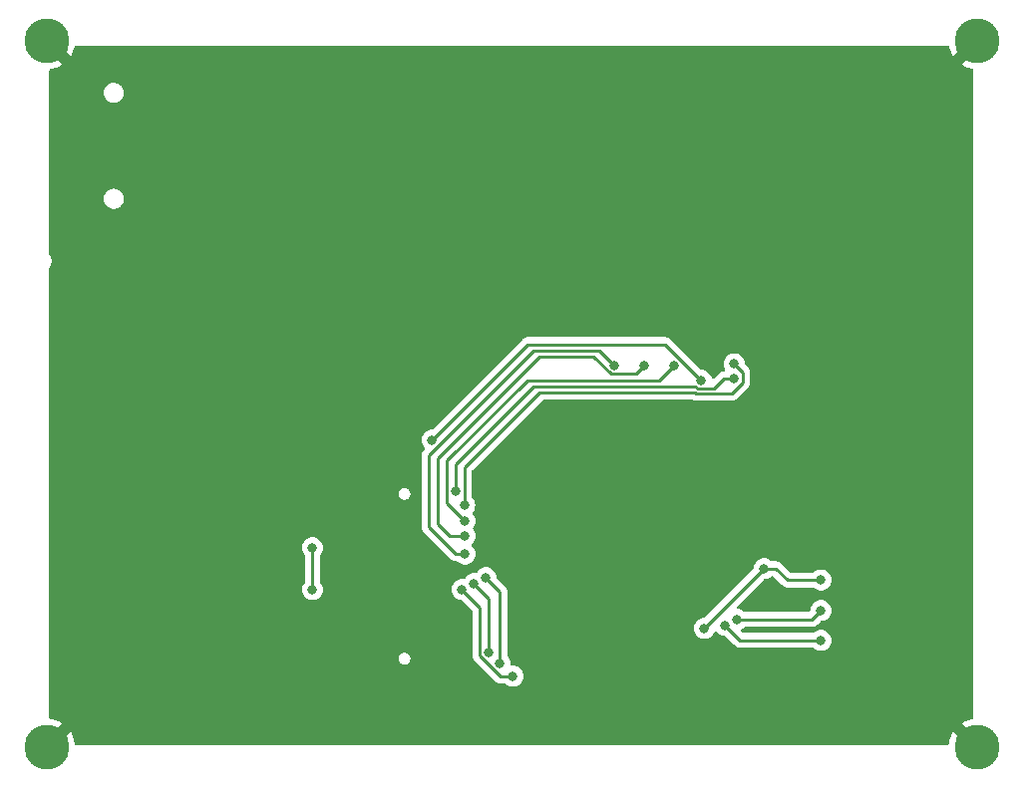
<source format=gbr>
%TF.GenerationSoftware,KiCad,Pcbnew,7.0.10*%
%TF.CreationDate,2024-03-01T15:17:48+01:00*%
%TF.ProjectId,arenaPCBv2,6172656e-6150-4434-9276-322e6b696361,rev?*%
%TF.SameCoordinates,Original*%
%TF.FileFunction,Copper,L2,Bot*%
%TF.FilePolarity,Positive*%
%FSLAX46Y46*%
G04 Gerber Fmt 4.6, Leading zero omitted, Abs format (unit mm)*
G04 Created by KiCad (PCBNEW 7.0.10) date 2024-03-01 15:17:48*
%MOMM*%
%LPD*%
G01*
G04 APERTURE LIST*
%TA.AperFunction,ComponentPad*%
%ADD10C,3.800000*%
%TD*%
%TA.AperFunction,ViaPad*%
%ADD11C,0.800000*%
%TD*%
%TA.AperFunction,Conductor*%
%ADD12C,0.250000*%
%TD*%
%TA.AperFunction,Conductor*%
%ADD13C,1.000000*%
%TD*%
G04 APERTURE END LIST*
D10*
%TO.P,M.2,1*%
%TO.N,GND*%
X108000000Y-117000000D03*
%TD*%
%TO.P,M.2,1*%
%TO.N,GND*%
X187000000Y-117000000D03*
%TD*%
%TO.P,M\u002C2,1*%
%TO.N,GND*%
X187000000Y-57000000D03*
%TD*%
%TO.P,M.2,1*%
%TO.N,GND*%
X108000000Y-57000000D03*
%TD*%
D11*
%TO.N,Net-(J9-QI)*%
X130556000Y-100076000D03*
X130556000Y-103632000D03*
%TO.N,GND*%
X156210000Y-59436000D03*
%TO.N,Net-(J9-DIR)*%
X166370000Y-84455000D03*
%TO.N,Net-(J9-STEP)*%
X166370000Y-85725000D03*
%TO.N,Net-(J9-MS3)*%
X143510548Y-97790000D03*
%TO.N,Net-(J9-MS1)*%
X143510000Y-100600000D03*
%TO.N,Net-(J9-MS2)*%
X143510000Y-99060000D03*
%TO.N,Net-(J9-STEP)*%
X142748000Y-95250000D03*
%TO.N,Net-(J9-DIR)*%
X143473000Y-96483000D03*
%TO.N,Net-(J9-MS3)*%
X161290000Y-84582000D03*
%TO.N,Net-(J9-MS2)*%
X158750000Y-84582000D03*
%TO.N,Net-(J9-MS1)*%
X156210000Y-84582000D03*
%TO.N,GND*%
X115824000Y-70612000D03*
X122428000Y-69342000D03*
%TO.N,+3.3V*%
X163576000Y-85852000D03*
X140716000Y-90932000D03*
%TO.N,Net-(J8-Pin_3)*%
X165608000Y-106680000D03*
%TO.N,Net-(J8-Pin_4)*%
X166624000Y-106172000D03*
%TO.N,Net-(J8-Pin_3)*%
X173736000Y-107950000D03*
%TO.N,Net-(J8-Pin_4)*%
X173736000Y-105410000D03*
%TO.N,+3.3V*%
X173736000Y-102815107D03*
X168910000Y-101854000D03*
X163830000Y-106934000D03*
%TO.N,Net-(J9-AIN2)*%
X143256000Y-103632000D03*
%TO.N,Net-(J9-AIN1)*%
X144272000Y-103124000D03*
X145542001Y-108965999D03*
%TO.N,Net-(J9-AIN2)*%
X147576936Y-110991630D03*
%TO.N,Net-(J9-PWMA)*%
X145288000Y-102616000D03*
X146473633Y-109897631D03*
%TO.N,GND*%
X171450000Y-79502000D03*
X156210000Y-79502000D03*
X153670000Y-81534000D03*
X172085000Y-95250000D03*
X162560000Y-93980000D03*
X151130000Y-99060000D03*
X150495000Y-111760000D03*
X140716000Y-89154000D03*
X111760000Y-90805000D03*
X130810000Y-91440000D03*
X133350000Y-94615000D03*
X137795000Y-82305000D03*
X114935000Y-74421800D03*
X118650000Y-69818000D03*
X146050000Y-63500000D03*
X184150000Y-93980000D03*
X185420000Y-110490000D03*
X119380000Y-112395000D03*
%TD*%
D12*
%TO.N,Net-(J9-PWMA)*%
X146473633Y-103801633D02*
X145288000Y-102616000D01*
X146473633Y-109897631D02*
X146473633Y-103801633D01*
%TO.N,Net-(J9-AIN2)*%
X144780000Y-105156000D02*
X143256000Y-103632000D01*
X144780000Y-109229304D02*
X144780000Y-105156000D01*
X146542326Y-110991630D02*
X144780000Y-109229304D01*
X147576936Y-110991630D02*
X146542326Y-110991630D01*
%TO.N,Net-(J9-STEP)*%
X165518000Y-85725000D02*
X166370000Y-85725000D01*
X164666000Y-86577000D02*
X165518000Y-85725000D01*
X163275695Y-86577000D02*
X164666000Y-86577000D01*
X163058695Y-86360000D02*
X163275695Y-86577000D01*
X149352000Y-86360000D02*
X163058695Y-86360000D01*
X142748000Y-92964000D02*
X149352000Y-86360000D01*
X142748000Y-95250000D02*
X142748000Y-92964000D01*
%TO.N,Net-(J9-DIR)*%
X167095000Y-85180000D02*
X166370000Y-84455000D01*
X167095000Y-86025305D02*
X167095000Y-85180000D01*
X166166305Y-86954000D02*
X167095000Y-86025305D01*
X163119536Y-86954000D02*
X166166305Y-86954000D01*
X163033536Y-86868000D02*
X163119536Y-86954000D01*
X149860000Y-86868000D02*
X163033536Y-86868000D01*
X143473000Y-93255000D02*
X149860000Y-86868000D01*
X143473000Y-96483000D02*
X143473000Y-93255000D01*
%TO.N,Net-(J9-MS2)*%
X158025000Y-85307000D02*
X158750000Y-84582000D01*
X155909695Y-85307000D02*
X158025000Y-85307000D01*
X154422695Y-83820000D02*
X155909695Y-85307000D01*
X149860000Y-83820000D02*
X154422695Y-83820000D01*
X141224000Y-92456000D02*
X149860000Y-83820000D01*
X141224000Y-98053305D02*
X141224000Y-92456000D01*
X143510000Y-99060000D02*
X142230695Y-99060000D01*
X142230695Y-99060000D02*
X141224000Y-98053305D01*
%TO.N,Net-(J9-MS1)*%
X154940000Y-83312000D02*
X156210000Y-84582000D01*
X149356653Y-83312000D02*
X154940000Y-83312000D01*
X141441000Y-91227653D02*
X149356653Y-83312000D01*
X141441000Y-91232305D02*
X141441000Y-91227653D01*
X141016305Y-91657000D02*
X141441000Y-91232305D01*
X140462000Y-92206653D02*
X141011653Y-91657000D01*
X142754695Y-100600000D02*
X140462000Y-98307305D01*
X143510000Y-100600000D02*
X142754695Y-100600000D01*
X140462000Y-98307305D02*
X140462000Y-92206653D01*
X141011653Y-91657000D02*
X141016305Y-91657000D01*
%TO.N,Net-(J9-MS3)*%
X148780500Y-85852000D02*
X160020000Y-85852000D01*
X141986000Y-96265452D02*
X141986000Y-92646500D01*
X141986000Y-92646500D02*
X148780500Y-85852000D01*
X160020000Y-85852000D02*
X161290000Y-84582000D01*
X143510548Y-97790000D02*
X141986000Y-96265452D01*
%TO.N,Net-(J9-QI)*%
X130556000Y-103632000D02*
X130556000Y-100076000D01*
D13*
%TO.N,GND*%
X108000000Y-117000000D02*
X110000000Y-115000000D01*
X187000000Y-117000000D02*
X185000000Y-115000000D01*
X187000000Y-57000000D02*
X184000000Y-60000000D01*
X108000000Y-57000000D02*
X110000000Y-59000000D01*
D12*
%TO.N,+3.3V*%
X163576000Y-85842695D02*
X160537305Y-82804000D01*
X160537305Y-82804000D02*
X148844000Y-82804000D01*
X148844000Y-82804000D02*
X140716000Y-90932000D01*
X163576000Y-85852000D02*
X163576000Y-85842695D01*
%TO.N,Net-(J8-Pin_3)*%
X166878000Y-107950000D02*
X165608000Y-106680000D01*
X173736000Y-107950000D02*
X166878000Y-107950000D01*
%TO.N,Net-(J8-Pin_4)*%
X172974000Y-106172000D02*
X166624000Y-106172000D01*
X173736000Y-105410000D02*
X172974000Y-106172000D01*
%TO.N,+3.3V*%
X169926000Y-101854000D02*
X168910000Y-101854000D01*
X170887107Y-102815107D02*
X169926000Y-101854000D01*
X173736000Y-102815107D02*
X170887107Y-102815107D01*
X168910000Y-101854000D02*
X163830000Y-106934000D01*
%TO.N,Net-(J9-AIN1)*%
X145542001Y-104394001D02*
X144272000Y-103124000D01*
X145542001Y-108965999D02*
X145542001Y-104394001D01*
%TD*%
%TA.AperFunction,Conductor*%
%TO.N,GND*%
G36*
X184601299Y-57439685D02*
G01*
X184647054Y-57492489D01*
X184656063Y-57520764D01*
X184670803Y-57598033D01*
X184670803Y-57598035D01*
X184764125Y-57885247D01*
X184764127Y-57885252D01*
X184892704Y-58158491D01*
X184892707Y-58158497D01*
X185054516Y-58413469D01*
X185135311Y-58511133D01*
X186064210Y-57582234D01*
X186164894Y-57723624D01*
X186316932Y-57868592D01*
X186419221Y-57934329D01*
X185486564Y-58866987D01*
X185486565Y-58866989D01*
X185711461Y-59030385D01*
X185711479Y-59030397D01*
X185976109Y-59175878D01*
X185976117Y-59175882D01*
X186256889Y-59287047D01*
X186256892Y-59287048D01*
X186549392Y-59362149D01*
X186549406Y-59362151D01*
X186581540Y-59366211D01*
X186645584Y-59394142D01*
X186684361Y-59452264D01*
X186690000Y-59489233D01*
X186690000Y-114510766D01*
X186670315Y-114577805D01*
X186617511Y-114623560D01*
X186581543Y-114633788D01*
X186549398Y-114637849D01*
X186256892Y-114712951D01*
X186256889Y-114712952D01*
X185976117Y-114824117D01*
X185976109Y-114824121D01*
X185711476Y-114969604D01*
X185711471Y-114969607D01*
X185486565Y-115133010D01*
X185486564Y-115133011D01*
X186416693Y-116063140D01*
X186402590Y-116070411D01*
X186237460Y-116200271D01*
X186099890Y-116359035D01*
X186065334Y-116418887D01*
X185135311Y-115488864D01*
X185054520Y-115586525D01*
X185054518Y-115586528D01*
X184892707Y-115841502D01*
X184892704Y-115841508D01*
X184764127Y-116114747D01*
X184764125Y-116114752D01*
X184670805Y-116401959D01*
X184614216Y-116698609D01*
X184614215Y-116698616D01*
X184612632Y-116723787D01*
X184588777Y-116789458D01*
X184533204Y-116831806D01*
X184488877Y-116840000D01*
X110511123Y-116840000D01*
X110444084Y-116820315D01*
X110398329Y-116767511D01*
X110387368Y-116723787D01*
X110385784Y-116698616D01*
X110385783Y-116698609D01*
X110329194Y-116401959D01*
X110235874Y-116114752D01*
X110235872Y-116114747D01*
X110107295Y-115841508D01*
X110107292Y-115841502D01*
X109945483Y-115586530D01*
X109864686Y-115488864D01*
X108935787Y-116417762D01*
X108835106Y-116276376D01*
X108683068Y-116131408D01*
X108580776Y-116065668D01*
X109513434Y-115133011D01*
X109513433Y-115133009D01*
X109288538Y-114969614D01*
X109288520Y-114969602D01*
X109023890Y-114824121D01*
X109023882Y-114824117D01*
X108743110Y-114712952D01*
X108743107Y-114712951D01*
X108450600Y-114637849D01*
X108328458Y-114622418D01*
X108264414Y-114594486D01*
X108225639Y-114536363D01*
X108220000Y-114499396D01*
X108220000Y-109500000D01*
X137869353Y-109500000D01*
X137873573Y-109529353D01*
X137876282Y-109548192D01*
X137877544Y-109565839D01*
X137877544Y-109571527D01*
X137879145Y-109576978D01*
X137882903Y-109594255D01*
X137889834Y-109642454D01*
X137889834Y-109642455D01*
X137889835Y-109642457D01*
X137898253Y-109660890D01*
X137910059Y-109686741D01*
X137916239Y-109703309D01*
X137917843Y-109708772D01*
X137917844Y-109708773D01*
X137917845Y-109708776D01*
X137920924Y-109713566D01*
X137929397Y-109729085D01*
X137949623Y-109773373D01*
X137981510Y-109810173D01*
X137992102Y-109824322D01*
X137995182Y-109829114D01*
X137995183Y-109829115D01*
X137999473Y-109832832D01*
X138011984Y-109845342D01*
X138043872Y-109882143D01*
X138084835Y-109908468D01*
X138098994Y-109919067D01*
X138103290Y-109922790D01*
X138108463Y-109925152D01*
X138123984Y-109933628D01*
X138142988Y-109945841D01*
X138164948Y-109959954D01*
X138211665Y-109973671D01*
X138228232Y-109979848D01*
X138233409Y-109982213D01*
X138239032Y-109983021D01*
X138256315Y-109986781D01*
X138303039Y-110000500D01*
X138351727Y-110000500D01*
X138369372Y-110001761D01*
X138375000Y-110002571D01*
X138380627Y-110001761D01*
X138398273Y-110000500D01*
X138446962Y-110000500D01*
X138455688Y-109997937D01*
X138493689Y-109986779D01*
X138510963Y-109983022D01*
X138516591Y-109982213D01*
X138521759Y-109979853D01*
X138538331Y-109973671D01*
X138585053Y-109959953D01*
X138626016Y-109933627D01*
X138641547Y-109925148D01*
X138643042Y-109924464D01*
X138646710Y-109922790D01*
X138651008Y-109919065D01*
X138665162Y-109908469D01*
X138706128Y-109882143D01*
X138738015Y-109845342D01*
X138750518Y-109832839D01*
X138754818Y-109829114D01*
X138757892Y-109824329D01*
X138768490Y-109810171D01*
X138800377Y-109773373D01*
X138820607Y-109729074D01*
X138829075Y-109713566D01*
X138832155Y-109708776D01*
X138833756Y-109703322D01*
X138839934Y-109686755D01*
X138860165Y-109642457D01*
X138867094Y-109594258D01*
X138870854Y-109576978D01*
X138872456Y-109571523D01*
X138872907Y-109558825D01*
X138874088Y-109545619D01*
X138880647Y-109500000D01*
X138874088Y-109454385D01*
X138872907Y-109441172D01*
X138872456Y-109428477D01*
X138870852Y-109423016D01*
X138867094Y-109405735D01*
X138864270Y-109386096D01*
X138860165Y-109357543D01*
X138839933Y-109313241D01*
X138833756Y-109296678D01*
X138832155Y-109291224D01*
X138829079Y-109286437D01*
X138820603Y-109270915D01*
X138800377Y-109226627D01*
X138793701Y-109218923D01*
X138768496Y-109189834D01*
X138757895Y-109175674D01*
X138754818Y-109170886D01*
X138754816Y-109170884D01*
X138754813Y-109170881D01*
X138750521Y-109167162D01*
X138738015Y-109154657D01*
X138706128Y-109117857D01*
X138665164Y-109091531D01*
X138651003Y-109080930D01*
X138646709Y-109077209D01*
X138646706Y-109077207D01*
X138641536Y-109074846D01*
X138626018Y-109066373D01*
X138585053Y-109040047D01*
X138585048Y-109040045D01*
X138538329Y-109026326D01*
X138521764Y-109020148D01*
X138516596Y-109017788D01*
X138516592Y-109017787D01*
X138510965Y-109016978D01*
X138493681Y-109013218D01*
X138446962Y-108999500D01*
X138446961Y-108999500D01*
X138398273Y-108999500D01*
X138380627Y-108998238D01*
X138375000Y-108997429D01*
X138369372Y-108998238D01*
X138351727Y-108999500D01*
X138303036Y-108999500D01*
X138256310Y-109013219D01*
X138239036Y-109016977D01*
X138233412Y-109017785D01*
X138233409Y-109017787D01*
X138228233Y-109020150D01*
X138211677Y-109026324D01*
X138164944Y-109040047D01*
X138123985Y-109066370D01*
X138108468Y-109074844D01*
X138103294Y-109077207D01*
X138103289Y-109077210D01*
X138098994Y-109080932D01*
X138084839Y-109091528D01*
X138043872Y-109117856D01*
X138043868Y-109117860D01*
X138011986Y-109154654D01*
X137999482Y-109167159D01*
X137995183Y-109170884D01*
X137995181Y-109170886D01*
X137992100Y-109175680D01*
X137981506Y-109189830D01*
X137949624Y-109226625D01*
X137949620Y-109226631D01*
X137929396Y-109270915D01*
X137920920Y-109286438D01*
X137917845Y-109291222D01*
X137917843Y-109291226D01*
X137916241Y-109296683D01*
X137910062Y-109313251D01*
X137903360Y-109327928D01*
X137890295Y-109356537D01*
X137889834Y-109357546D01*
X137882903Y-109405745D01*
X137879147Y-109423017D01*
X137877545Y-109428476D01*
X137877544Y-109428478D01*
X137877544Y-109434159D01*
X137876282Y-109451805D01*
X137869793Y-109496938D01*
X137869353Y-109500000D01*
X108220000Y-109500000D01*
X108220000Y-103632000D01*
X129650540Y-103632000D01*
X129670326Y-103820256D01*
X129670327Y-103820259D01*
X129728818Y-104000277D01*
X129728821Y-104000284D01*
X129823467Y-104164216D01*
X129950129Y-104304888D01*
X130103265Y-104416148D01*
X130103270Y-104416151D01*
X130276192Y-104493142D01*
X130276197Y-104493144D01*
X130461354Y-104532500D01*
X130461355Y-104532500D01*
X130650644Y-104532500D01*
X130650646Y-104532500D01*
X130835803Y-104493144D01*
X131008730Y-104416151D01*
X131161871Y-104304888D01*
X131288533Y-104164216D01*
X131383179Y-104000284D01*
X131441674Y-103820256D01*
X131461460Y-103632000D01*
X142350540Y-103632000D01*
X142370326Y-103820256D01*
X142370327Y-103820259D01*
X142428818Y-104000277D01*
X142428821Y-104000284D01*
X142523467Y-104164216D01*
X142650129Y-104304888D01*
X142803265Y-104416148D01*
X142803270Y-104416151D01*
X142976192Y-104493142D01*
X142976197Y-104493144D01*
X143161354Y-104532500D01*
X143220548Y-104532500D01*
X143287587Y-104552185D01*
X143308229Y-104568819D01*
X144118181Y-105378771D01*
X144151666Y-105440094D01*
X144154500Y-105466452D01*
X144154500Y-109146559D01*
X144152775Y-109162176D01*
X144153061Y-109162203D01*
X144152326Y-109169969D01*
X144154439Y-109237176D01*
X144154500Y-109241071D01*
X144154500Y-109268661D01*
X144155003Y-109272639D01*
X144155918Y-109284271D01*
X144157290Y-109327928D01*
X144157291Y-109327931D01*
X144162880Y-109347171D01*
X144166824Y-109366215D01*
X144169336Y-109386096D01*
X144185414Y-109426707D01*
X144189197Y-109437756D01*
X144201381Y-109479692D01*
X144211580Y-109496938D01*
X144220138Y-109514407D01*
X144227514Y-109533036D01*
X144253181Y-109568364D01*
X144259593Y-109578125D01*
X144281828Y-109615721D01*
X144281833Y-109615728D01*
X144295990Y-109629884D01*
X144308627Y-109644679D01*
X144320406Y-109660891D01*
X144351646Y-109686735D01*
X144354057Y-109688729D01*
X144362698Y-109696592D01*
X146041523Y-111375418D01*
X146051348Y-111387681D01*
X146051569Y-111387499D01*
X146056537Y-111393504D01*
X146105548Y-111439529D01*
X146108347Y-111442242D01*
X146127848Y-111461744D01*
X146127852Y-111461747D01*
X146127855Y-111461750D01*
X146131028Y-111464211D01*
X146139900Y-111471789D01*
X146171744Y-111501692D01*
X146189302Y-111511344D01*
X146205561Y-111522025D01*
X146221390Y-111534303D01*
X146261481Y-111551651D01*
X146271952Y-111556781D01*
X146294506Y-111569180D01*
X146310228Y-111577824D01*
X146310230Y-111577825D01*
X146310234Y-111577827D01*
X146329642Y-111582810D01*
X146348045Y-111589111D01*
X146366427Y-111597066D01*
X146366428Y-111597066D01*
X146366430Y-111597067D01*
X146409576Y-111603900D01*
X146420998Y-111606266D01*
X146463307Y-111617130D01*
X146483342Y-111617130D01*
X146502740Y-111618656D01*
X146522520Y-111621789D01*
X146522521Y-111621790D01*
X146522521Y-111621789D01*
X146522522Y-111621790D01*
X146566001Y-111617680D01*
X146577670Y-111617130D01*
X146873188Y-111617130D01*
X146940227Y-111636815D01*
X146965336Y-111658156D01*
X146971062Y-111664515D01*
X146971066Y-111664519D01*
X147124201Y-111775778D01*
X147124206Y-111775781D01*
X147297128Y-111852772D01*
X147297133Y-111852774D01*
X147482290Y-111892130D01*
X147482291Y-111892130D01*
X147671580Y-111892130D01*
X147671582Y-111892130D01*
X147856739Y-111852774D01*
X148029666Y-111775781D01*
X148182807Y-111664518D01*
X148309469Y-111523846D01*
X148404115Y-111359914D01*
X148462610Y-111179886D01*
X148482396Y-110991630D01*
X148462610Y-110803374D01*
X148404115Y-110623346D01*
X148309469Y-110459414D01*
X148182807Y-110318742D01*
X148182806Y-110318741D01*
X148029670Y-110207481D01*
X148029665Y-110207478D01*
X147856743Y-110130487D01*
X147856738Y-110130485D01*
X147710937Y-110099495D01*
X147671582Y-110091130D01*
X147496471Y-110091130D01*
X147429432Y-110071445D01*
X147383677Y-110018641D01*
X147373150Y-109954171D01*
X147379093Y-109897631D01*
X147359307Y-109709375D01*
X147300812Y-109529347D01*
X147206166Y-109365415D01*
X147189731Y-109347162D01*
X147130983Y-109281915D01*
X147100753Y-109218923D01*
X147099133Y-109198943D01*
X147099133Y-106934000D01*
X162924540Y-106934000D01*
X162944326Y-107122256D01*
X162944327Y-107122259D01*
X163002818Y-107302277D01*
X163002820Y-107302281D01*
X163002821Y-107302284D01*
X163097467Y-107466216D01*
X163218094Y-107600185D01*
X163224129Y-107606888D01*
X163377265Y-107718148D01*
X163377270Y-107718151D01*
X163550192Y-107795142D01*
X163550197Y-107795144D01*
X163735354Y-107834500D01*
X163735355Y-107834500D01*
X163924644Y-107834500D01*
X163924646Y-107834500D01*
X164109803Y-107795144D01*
X164282730Y-107718151D01*
X164435871Y-107606888D01*
X164562533Y-107466216D01*
X164657179Y-107302284D01*
X164670198Y-107262213D01*
X164709634Y-107204540D01*
X164773992Y-107177341D01*
X164842839Y-107189254D01*
X164880279Y-107217560D01*
X165002129Y-107352888D01*
X165155265Y-107464148D01*
X165155270Y-107464151D01*
X165328192Y-107541142D01*
X165328197Y-107541144D01*
X165513354Y-107580500D01*
X165572548Y-107580500D01*
X165639587Y-107600185D01*
X165660229Y-107616819D01*
X166377197Y-108333788D01*
X166387022Y-108346051D01*
X166387243Y-108345869D01*
X166392211Y-108351874D01*
X166441222Y-108397899D01*
X166444021Y-108400612D01*
X166463522Y-108420114D01*
X166463526Y-108420117D01*
X166463529Y-108420120D01*
X166466702Y-108422581D01*
X166475574Y-108430159D01*
X166507418Y-108460062D01*
X166524976Y-108469714D01*
X166541235Y-108480395D01*
X166557064Y-108492673D01*
X166597155Y-108510021D01*
X166607626Y-108515151D01*
X166630180Y-108527550D01*
X166645902Y-108536194D01*
X166645904Y-108536195D01*
X166645908Y-108536197D01*
X166665316Y-108541180D01*
X166683719Y-108547481D01*
X166702101Y-108555436D01*
X166702102Y-108555436D01*
X166702104Y-108555437D01*
X166745250Y-108562270D01*
X166756672Y-108564636D01*
X166798981Y-108575500D01*
X166819016Y-108575500D01*
X166838414Y-108577026D01*
X166858194Y-108580159D01*
X166858195Y-108580160D01*
X166858195Y-108580159D01*
X166858196Y-108580160D01*
X166901675Y-108576050D01*
X166913344Y-108575500D01*
X173032252Y-108575500D01*
X173099291Y-108595185D01*
X173124400Y-108616526D01*
X173130126Y-108622885D01*
X173130130Y-108622889D01*
X173283265Y-108734148D01*
X173283270Y-108734151D01*
X173456192Y-108811142D01*
X173456197Y-108811144D01*
X173641354Y-108850500D01*
X173641355Y-108850500D01*
X173830644Y-108850500D01*
X173830646Y-108850500D01*
X174015803Y-108811144D01*
X174188730Y-108734151D01*
X174341871Y-108622888D01*
X174468533Y-108482216D01*
X174563179Y-108318284D01*
X174621674Y-108138256D01*
X174641460Y-107950000D01*
X174621674Y-107761744D01*
X174563179Y-107581716D01*
X174468533Y-107417784D01*
X174341871Y-107277112D01*
X174341870Y-107277111D01*
X174188734Y-107165851D01*
X174188729Y-107165848D01*
X174015807Y-107088857D01*
X174015802Y-107088855D01*
X173870001Y-107057865D01*
X173830646Y-107049500D01*
X173641354Y-107049500D01*
X173608897Y-107056398D01*
X173456197Y-107088855D01*
X173456192Y-107088857D01*
X173283270Y-107165848D01*
X173283265Y-107165851D01*
X173130130Y-107277110D01*
X173130126Y-107277114D01*
X173124400Y-107283474D01*
X173064913Y-107320121D01*
X173032252Y-107324500D01*
X167188453Y-107324500D01*
X167121414Y-107304815D01*
X167100772Y-107288181D01*
X166991200Y-107178609D01*
X166957715Y-107117286D01*
X166962699Y-107047594D01*
X167004571Y-106991661D01*
X167028445Y-106977649D01*
X167076730Y-106956151D01*
X167229871Y-106844888D01*
X167232788Y-106841647D01*
X167235600Y-106838526D01*
X167295087Y-106801879D01*
X167327748Y-106797500D01*
X172891257Y-106797500D01*
X172906877Y-106799224D01*
X172906904Y-106798939D01*
X172914660Y-106799671D01*
X172914667Y-106799673D01*
X172981873Y-106797561D01*
X172985768Y-106797500D01*
X173013346Y-106797500D01*
X173013350Y-106797500D01*
X173017324Y-106796997D01*
X173028963Y-106796080D01*
X173072627Y-106794709D01*
X173091869Y-106789117D01*
X173110912Y-106785174D01*
X173130792Y-106782664D01*
X173171401Y-106766585D01*
X173182444Y-106762803D01*
X173224390Y-106750618D01*
X173241629Y-106740422D01*
X173259103Y-106731862D01*
X173277727Y-106724488D01*
X173277727Y-106724487D01*
X173277732Y-106724486D01*
X173313083Y-106698800D01*
X173322814Y-106692408D01*
X173360420Y-106670170D01*
X173374589Y-106655999D01*
X173389379Y-106643368D01*
X173405587Y-106631594D01*
X173433438Y-106597926D01*
X173441269Y-106589319D01*
X173683772Y-106346816D01*
X173745094Y-106313334D01*
X173771452Y-106310500D01*
X173830644Y-106310500D01*
X173830646Y-106310500D01*
X174015803Y-106271144D01*
X174188730Y-106194151D01*
X174341871Y-106082888D01*
X174468533Y-105942216D01*
X174563179Y-105778284D01*
X174621674Y-105598256D01*
X174641460Y-105410000D01*
X174621674Y-105221744D01*
X174563179Y-105041716D01*
X174468533Y-104877784D01*
X174341871Y-104737112D01*
X174341870Y-104737111D01*
X174188734Y-104625851D01*
X174188729Y-104625848D01*
X174015807Y-104548857D01*
X174015802Y-104548855D01*
X173870001Y-104517865D01*
X173830646Y-104509500D01*
X173641354Y-104509500D01*
X173608897Y-104516398D01*
X173456197Y-104548855D01*
X173456192Y-104548857D01*
X173283270Y-104625848D01*
X173283265Y-104625851D01*
X173130129Y-104737111D01*
X173003466Y-104877785D01*
X172908821Y-105041715D01*
X172908818Y-105041722D01*
X172880183Y-105129853D01*
X172850326Y-105221744D01*
X172840960Y-105310857D01*
X172832679Y-105389649D01*
X172806094Y-105454263D01*
X172797040Y-105464367D01*
X172751228Y-105510180D01*
X172689905Y-105543666D01*
X172663546Y-105546500D01*
X167327748Y-105546500D01*
X167260709Y-105526815D01*
X167235600Y-105505474D01*
X167229873Y-105499114D01*
X167229869Y-105499110D01*
X167076734Y-105387851D01*
X167076729Y-105387848D01*
X166903807Y-105310857D01*
X166903802Y-105310855D01*
X166758001Y-105279865D01*
X166718646Y-105271500D01*
X166676451Y-105271500D01*
X166609412Y-105251815D01*
X166563657Y-105199011D01*
X166553713Y-105129853D01*
X166582738Y-105066297D01*
X166588770Y-105059819D01*
X167022739Y-104625851D01*
X168857772Y-102790819D01*
X168919095Y-102757334D01*
X168945453Y-102754500D01*
X169004644Y-102754500D01*
X169004646Y-102754500D01*
X169189803Y-102715144D01*
X169362730Y-102638151D01*
X169515871Y-102526888D01*
X169518788Y-102523647D01*
X169521600Y-102520526D01*
X169581087Y-102483879D01*
X169613748Y-102479500D01*
X169615548Y-102479500D01*
X169682587Y-102499185D01*
X169703229Y-102515819D01*
X170386301Y-103198891D01*
X170396126Y-103211155D01*
X170396347Y-103210973D01*
X170401317Y-103216981D01*
X170450346Y-103263022D01*
X170453143Y-103265733D01*
X170472637Y-103285227D01*
X170475802Y-103287682D01*
X170484678Y-103295263D01*
X170516525Y-103325169D01*
X170516529Y-103325171D01*
X170534080Y-103334820D01*
X170550338Y-103345499D01*
X170566171Y-103357781D01*
X170601517Y-103373075D01*
X170606262Y-103375129D01*
X170616742Y-103380262D01*
X170655015Y-103401304D01*
X170674419Y-103406286D01*
X170692817Y-103412585D01*
X170711212Y-103420545D01*
X170754361Y-103427378D01*
X170765787Y-103429745D01*
X170808088Y-103440607D01*
X170828123Y-103440607D01*
X170847520Y-103442133D01*
X170867303Y-103445267D01*
X170910782Y-103441157D01*
X170922451Y-103440607D01*
X173032252Y-103440607D01*
X173099291Y-103460292D01*
X173124400Y-103481633D01*
X173130126Y-103487992D01*
X173130130Y-103487996D01*
X173283265Y-103599255D01*
X173283270Y-103599258D01*
X173456192Y-103676249D01*
X173456197Y-103676251D01*
X173641354Y-103715607D01*
X173641355Y-103715607D01*
X173830644Y-103715607D01*
X173830646Y-103715607D01*
X174015803Y-103676251D01*
X174188730Y-103599258D01*
X174341871Y-103487995D01*
X174468533Y-103347323D01*
X174563179Y-103183391D01*
X174621674Y-103003363D01*
X174641460Y-102815107D01*
X174621674Y-102626851D01*
X174563179Y-102446823D01*
X174468533Y-102282891D01*
X174341871Y-102142219D01*
X174341870Y-102142218D01*
X174188734Y-102030958D01*
X174188729Y-102030955D01*
X174015807Y-101953964D01*
X174015802Y-101953962D01*
X173870001Y-101922972D01*
X173830646Y-101914607D01*
X173641354Y-101914607D01*
X173608897Y-101921505D01*
X173456197Y-101953962D01*
X173456192Y-101953964D01*
X173283270Y-102030955D01*
X173283265Y-102030958D01*
X173130130Y-102142217D01*
X173130126Y-102142221D01*
X173124400Y-102148581D01*
X173064913Y-102185228D01*
X173032252Y-102189607D01*
X171197559Y-102189607D01*
X171130520Y-102169922D01*
X171109878Y-102153288D01*
X170426803Y-101470212D01*
X170416980Y-101457950D01*
X170416759Y-101458134D01*
X170411786Y-101452122D01*
X170362776Y-101406099D01*
X170359977Y-101403386D01*
X170340477Y-101383885D01*
X170340471Y-101383880D01*
X170337286Y-101381409D01*
X170328434Y-101373848D01*
X170296582Y-101343938D01*
X170296580Y-101343936D01*
X170296577Y-101343935D01*
X170279029Y-101334288D01*
X170262763Y-101323604D01*
X170246932Y-101311324D01*
X170206849Y-101293978D01*
X170196363Y-101288841D01*
X170158094Y-101267803D01*
X170158092Y-101267802D01*
X170138693Y-101262822D01*
X170120281Y-101256518D01*
X170101898Y-101248562D01*
X170101892Y-101248560D01*
X170058760Y-101241729D01*
X170047322Y-101239361D01*
X170005020Y-101228500D01*
X170005019Y-101228500D01*
X169984984Y-101228500D01*
X169965586Y-101226973D01*
X169956279Y-101225499D01*
X169945805Y-101223840D01*
X169945804Y-101223840D01*
X169902325Y-101227950D01*
X169890656Y-101228500D01*
X169613748Y-101228500D01*
X169546709Y-101208815D01*
X169521600Y-101187474D01*
X169515873Y-101181114D01*
X169515869Y-101181110D01*
X169362734Y-101069851D01*
X169362729Y-101069848D01*
X169189807Y-100992857D01*
X169189802Y-100992855D01*
X169044001Y-100961865D01*
X169004646Y-100953500D01*
X168815354Y-100953500D01*
X168782897Y-100960398D01*
X168630197Y-100992855D01*
X168630192Y-100992857D01*
X168457270Y-101069848D01*
X168457265Y-101069851D01*
X168304129Y-101181111D01*
X168177466Y-101321785D01*
X168082821Y-101485715D01*
X168082818Y-101485722D01*
X168024327Y-101665740D01*
X168024326Y-101665744D01*
X168019097Y-101715500D01*
X168006678Y-101833651D01*
X167980093Y-101898266D01*
X167971038Y-101908370D01*
X163882228Y-105997181D01*
X163820905Y-106030666D01*
X163794547Y-106033500D01*
X163735354Y-106033500D01*
X163702897Y-106040398D01*
X163550197Y-106072855D01*
X163550192Y-106072857D01*
X163377270Y-106149848D01*
X163377265Y-106149851D01*
X163224129Y-106261111D01*
X163097466Y-106401785D01*
X163002821Y-106565715D01*
X163002818Y-106565722D01*
X162946054Y-106740426D01*
X162944326Y-106745744D01*
X162924540Y-106934000D01*
X147099133Y-106934000D01*
X147099133Y-103884370D01*
X147100857Y-103868756D01*
X147100571Y-103868729D01*
X147101305Y-103860966D01*
X147099194Y-103793777D01*
X147099133Y-103789883D01*
X147099133Y-103762284D01*
X147099133Y-103762283D01*
X147098630Y-103758303D01*
X147097713Y-103746654D01*
X147096342Y-103703006D01*
X147090755Y-103683777D01*
X147086807Y-103664717D01*
X147084297Y-103644841D01*
X147068218Y-103604230D01*
X147064437Y-103593185D01*
X147052252Y-103551245D01*
X147042051Y-103533996D01*
X147033493Y-103516527D01*
X147026119Y-103497901D01*
X147026116Y-103497897D01*
X147026116Y-103497896D01*
X147000449Y-103462568D01*
X146994036Y-103452805D01*
X146971805Y-103415216D01*
X146971803Y-103415212D01*
X146971799Y-103415208D01*
X146971796Y-103415204D01*
X146957638Y-103401046D01*
X146945003Y-103386253D01*
X146933226Y-103370045D01*
X146899578Y-103342209D01*
X146890937Y-103334346D01*
X146226960Y-102670369D01*
X146193475Y-102609046D01*
X146191323Y-102595668D01*
X146173674Y-102427744D01*
X146115179Y-102247716D01*
X146020533Y-102083784D01*
X145893871Y-101943112D01*
X145893870Y-101943111D01*
X145740734Y-101831851D01*
X145740729Y-101831848D01*
X145567807Y-101754857D01*
X145567802Y-101754855D01*
X145422001Y-101723865D01*
X145382646Y-101715500D01*
X145193354Y-101715500D01*
X145160897Y-101722398D01*
X145008197Y-101754855D01*
X145008192Y-101754857D01*
X144835270Y-101831848D01*
X144835265Y-101831851D01*
X144682129Y-101943111D01*
X144555465Y-102083785D01*
X144508025Y-102165955D01*
X144457458Y-102214171D01*
X144388851Y-102227393D01*
X144374861Y-102225246D01*
X144371960Y-102224629D01*
X144366646Y-102223500D01*
X144177354Y-102223500D01*
X144169140Y-102225246D01*
X143992197Y-102262855D01*
X143992192Y-102262857D01*
X143819270Y-102339848D01*
X143819265Y-102339851D01*
X143666129Y-102451111D01*
X143539465Y-102591785D01*
X143492025Y-102673955D01*
X143441458Y-102722171D01*
X143372851Y-102735393D01*
X143358861Y-102733246D01*
X143355960Y-102732629D01*
X143350646Y-102731500D01*
X143161354Y-102731500D01*
X143153140Y-102733246D01*
X142976197Y-102770855D01*
X142976192Y-102770857D01*
X142803270Y-102847848D01*
X142803265Y-102847851D01*
X142650129Y-102959111D01*
X142523466Y-103099785D01*
X142428821Y-103263715D01*
X142428818Y-103263722D01*
X142370849Y-103442134D01*
X142370326Y-103443744D01*
X142350540Y-103632000D01*
X131461460Y-103632000D01*
X131441674Y-103443744D01*
X131383179Y-103263716D01*
X131288533Y-103099784D01*
X131213350Y-103016284D01*
X131183120Y-102953292D01*
X131181500Y-102933312D01*
X131181500Y-100774687D01*
X131201185Y-100707648D01*
X131213350Y-100691715D01*
X131231891Y-100671122D01*
X131288533Y-100608216D01*
X131383179Y-100444284D01*
X131441674Y-100264256D01*
X131461460Y-100076000D01*
X131441674Y-99887744D01*
X131383179Y-99707716D01*
X131288533Y-99543784D01*
X131161871Y-99403112D01*
X131161870Y-99403111D01*
X131008734Y-99291851D01*
X131008729Y-99291848D01*
X130835807Y-99214857D01*
X130835802Y-99214855D01*
X130690001Y-99183865D01*
X130650646Y-99175500D01*
X130461354Y-99175500D01*
X130428897Y-99182398D01*
X130276197Y-99214855D01*
X130276192Y-99214857D01*
X130103270Y-99291848D01*
X130103265Y-99291851D01*
X129950129Y-99403111D01*
X129823466Y-99543785D01*
X129728821Y-99707715D01*
X129728818Y-99707722D01*
X129670327Y-99887740D01*
X129670326Y-99887744D01*
X129650540Y-100076000D01*
X129670326Y-100264256D01*
X129670327Y-100264259D01*
X129728818Y-100444277D01*
X129728821Y-100444284D01*
X129823467Y-100608216D01*
X129866772Y-100656310D01*
X129898650Y-100691715D01*
X129928880Y-100754706D01*
X129930500Y-100774687D01*
X129930500Y-102933312D01*
X129910815Y-103000351D01*
X129898650Y-103016284D01*
X129823466Y-103099784D01*
X129728821Y-103263715D01*
X129728818Y-103263722D01*
X129670849Y-103442134D01*
X129670326Y-103443744D01*
X129650540Y-103632000D01*
X108220000Y-103632000D01*
X108220000Y-95499999D01*
X137869353Y-95499999D01*
X137876282Y-95548192D01*
X137877544Y-95565839D01*
X137877544Y-95571527D01*
X137879145Y-95576978D01*
X137882903Y-95594255D01*
X137889834Y-95642454D01*
X137910059Y-95686741D01*
X137916239Y-95703309D01*
X137917843Y-95708772D01*
X137917844Y-95708773D01*
X137917845Y-95708776D01*
X137920924Y-95713566D01*
X137929397Y-95729085D01*
X137949623Y-95773373D01*
X137981510Y-95810173D01*
X137992102Y-95824322D01*
X137995182Y-95829114D01*
X137995183Y-95829115D01*
X137999473Y-95832832D01*
X138011984Y-95845342D01*
X138043872Y-95882143D01*
X138084835Y-95908468D01*
X138098994Y-95919067D01*
X138103290Y-95922790D01*
X138108463Y-95925152D01*
X138123984Y-95933628D01*
X138142988Y-95945841D01*
X138164948Y-95959954D01*
X138211665Y-95973671D01*
X138228232Y-95979848D01*
X138233409Y-95982213D01*
X138239032Y-95983021D01*
X138256315Y-95986781D01*
X138303039Y-96000500D01*
X138351727Y-96000500D01*
X138369372Y-96001761D01*
X138375000Y-96002571D01*
X138380627Y-96001761D01*
X138398273Y-96000500D01*
X138446962Y-96000500D01*
X138455688Y-95997937D01*
X138493689Y-95986779D01*
X138510963Y-95983022D01*
X138516591Y-95982213D01*
X138521759Y-95979853D01*
X138538331Y-95973671D01*
X138585053Y-95959953D01*
X138626016Y-95933627D01*
X138641547Y-95925148D01*
X138643042Y-95924464D01*
X138646710Y-95922790D01*
X138651008Y-95919065D01*
X138665162Y-95908469D01*
X138706128Y-95882143D01*
X138738015Y-95845342D01*
X138750518Y-95832839D01*
X138754818Y-95829114D01*
X138757892Y-95824329D01*
X138768490Y-95810171D01*
X138800377Y-95773373D01*
X138820607Y-95729074D01*
X138829075Y-95713566D01*
X138832155Y-95708776D01*
X138833756Y-95703322D01*
X138839934Y-95686755D01*
X138860165Y-95642457D01*
X138867094Y-95594258D01*
X138870854Y-95576978D01*
X138872456Y-95571523D01*
X138872907Y-95558825D01*
X138874088Y-95545619D01*
X138880647Y-95500000D01*
X138874088Y-95454385D01*
X138872907Y-95441172D01*
X138872456Y-95428477D01*
X138870852Y-95423016D01*
X138867094Y-95405735D01*
X138865961Y-95397858D01*
X138860165Y-95357543D01*
X138839933Y-95313241D01*
X138833756Y-95296678D01*
X138832155Y-95291224D01*
X138829079Y-95286437D01*
X138820603Y-95270915D01*
X138800377Y-95226627D01*
X138768496Y-95189834D01*
X138757895Y-95175674D01*
X138754818Y-95170886D01*
X138754816Y-95170884D01*
X138754813Y-95170881D01*
X138750521Y-95167162D01*
X138738015Y-95154657D01*
X138706128Y-95117857D01*
X138665164Y-95091531D01*
X138651003Y-95080930D01*
X138646709Y-95077209D01*
X138646706Y-95077207D01*
X138641536Y-95074846D01*
X138626018Y-95066373D01*
X138585053Y-95040047D01*
X138585048Y-95040045D01*
X138538329Y-95026326D01*
X138521764Y-95020148D01*
X138516596Y-95017788D01*
X138516592Y-95017787D01*
X138510965Y-95016978D01*
X138493681Y-95013218D01*
X138446962Y-94999500D01*
X138446961Y-94999500D01*
X138398273Y-94999500D01*
X138380627Y-94998238D01*
X138375000Y-94997429D01*
X138369372Y-94998238D01*
X138351727Y-94999500D01*
X138303036Y-94999500D01*
X138256310Y-95013219D01*
X138239036Y-95016977D01*
X138233412Y-95017785D01*
X138233409Y-95017787D01*
X138228233Y-95020150D01*
X138211677Y-95026324D01*
X138164944Y-95040047D01*
X138123985Y-95066370D01*
X138108468Y-95074844D01*
X138103294Y-95077207D01*
X138103289Y-95077210D01*
X138098994Y-95080932D01*
X138084839Y-95091528D01*
X138043872Y-95117856D01*
X138043868Y-95117860D01*
X138011986Y-95154654D01*
X137999482Y-95167159D01*
X137995183Y-95170884D01*
X137995181Y-95170886D01*
X137992100Y-95175680D01*
X137981506Y-95189830D01*
X137949624Y-95226625D01*
X137949620Y-95226631D01*
X137929396Y-95270915D01*
X137920920Y-95286438D01*
X137917845Y-95291222D01*
X137917843Y-95291226D01*
X137916241Y-95296683D01*
X137910062Y-95313251D01*
X137889834Y-95357546D01*
X137882903Y-95405745D01*
X137879147Y-95423017D01*
X137877545Y-95428476D01*
X137877544Y-95428478D01*
X137877544Y-95434159D01*
X137876282Y-95451805D01*
X137869353Y-95499999D01*
X108220000Y-95499999D01*
X108220000Y-90932000D01*
X139810540Y-90932000D01*
X139830326Y-91120256D01*
X139830327Y-91120259D01*
X139888818Y-91300277D01*
X139888821Y-91300284D01*
X139983467Y-91464216D01*
X140062666Y-91552175D01*
X140092896Y-91615166D01*
X140084271Y-91684501D01*
X140060906Y-91720033D01*
X140014098Y-91769876D01*
X140011391Y-91772669D01*
X139991889Y-91792170D01*
X139991875Y-91792187D01*
X139989407Y-91795368D01*
X139981843Y-91804223D01*
X139951937Y-91836071D01*
X139951936Y-91836073D01*
X139942284Y-91853629D01*
X139931610Y-91869879D01*
X139919329Y-91885714D01*
X139919324Y-91885721D01*
X139901975Y-91925811D01*
X139896838Y-91936297D01*
X139875803Y-91974559D01*
X139870822Y-91993960D01*
X139864521Y-92012363D01*
X139856562Y-92030755D01*
X139856561Y-92030758D01*
X139849728Y-92073896D01*
X139847360Y-92085327D01*
X139836501Y-92127624D01*
X139836500Y-92127635D01*
X139836500Y-92147669D01*
X139834973Y-92167068D01*
X139831840Y-92186847D01*
X139831840Y-92186848D01*
X139835950Y-92230327D01*
X139836500Y-92241996D01*
X139836500Y-98224560D01*
X139834775Y-98240177D01*
X139835061Y-98240204D01*
X139834326Y-98247970D01*
X139836439Y-98315177D01*
X139836500Y-98319072D01*
X139836500Y-98346662D01*
X139837003Y-98350640D01*
X139837918Y-98362272D01*
X139839290Y-98405929D01*
X139839291Y-98405932D01*
X139844880Y-98425172D01*
X139848824Y-98444216D01*
X139848960Y-98445287D01*
X139851336Y-98464097D01*
X139867414Y-98504708D01*
X139871197Y-98515757D01*
X139883381Y-98557693D01*
X139893580Y-98574939D01*
X139902138Y-98592408D01*
X139909514Y-98611037D01*
X139935181Y-98646365D01*
X139941593Y-98656126D01*
X139963828Y-98693722D01*
X139963833Y-98693729D01*
X139977990Y-98707885D01*
X139990628Y-98722681D01*
X140002405Y-98738891D01*
X140002406Y-98738892D01*
X140036057Y-98766730D01*
X140044698Y-98774593D01*
X142253892Y-100983788D01*
X142263717Y-100996051D01*
X142263938Y-100995869D01*
X142268906Y-101001874D01*
X142317917Y-101047899D01*
X142320716Y-101050612D01*
X142340217Y-101070114D01*
X142340221Y-101070117D01*
X142340224Y-101070120D01*
X142343397Y-101072581D01*
X142352269Y-101080159D01*
X142384113Y-101110062D01*
X142401671Y-101119714D01*
X142417930Y-101130395D01*
X142433759Y-101142673D01*
X142473850Y-101160021D01*
X142484321Y-101165151D01*
X142506875Y-101177550D01*
X142522597Y-101186194D01*
X142522599Y-101186195D01*
X142522603Y-101186197D01*
X142542011Y-101191180D01*
X142560414Y-101197481D01*
X142578796Y-101205436D01*
X142578797Y-101205436D01*
X142578799Y-101205437D01*
X142621945Y-101212270D01*
X142633367Y-101214636D01*
X142675676Y-101225500D01*
X142695711Y-101225500D01*
X142715109Y-101227026D01*
X142734889Y-101230159D01*
X142734890Y-101230160D01*
X142734890Y-101230159D01*
X142734891Y-101230160D01*
X142768034Y-101227027D01*
X142778370Y-101226050D01*
X142790039Y-101225500D01*
X142806252Y-101225500D01*
X142873291Y-101245185D01*
X142898400Y-101266526D01*
X142904126Y-101272885D01*
X142904130Y-101272889D01*
X143057265Y-101384148D01*
X143057270Y-101384151D01*
X143230192Y-101461142D01*
X143230197Y-101461144D01*
X143415354Y-101500500D01*
X143415355Y-101500500D01*
X143604644Y-101500500D01*
X143604646Y-101500500D01*
X143789803Y-101461144D01*
X143962730Y-101384151D01*
X144115871Y-101272888D01*
X144242533Y-101132216D01*
X144337179Y-100968284D01*
X144395674Y-100788256D01*
X144415460Y-100600000D01*
X144395674Y-100411744D01*
X144337179Y-100231716D01*
X144242533Y-100067784D01*
X144115871Y-99927112D01*
X144115870Y-99927111D01*
X144111037Y-99922759D01*
X144112880Y-99920711D01*
X144077626Y-99875006D01*
X144071636Y-99805394D01*
X144104232Y-99743594D01*
X144111267Y-99737497D01*
X144111037Y-99737241D01*
X144115865Y-99732891D01*
X144115871Y-99732888D01*
X144242533Y-99592216D01*
X144337179Y-99428284D01*
X144395674Y-99248256D01*
X144415460Y-99060000D01*
X144395674Y-98871744D01*
X144337179Y-98691716D01*
X144242533Y-98527784D01*
X144224968Y-98508276D01*
X144194738Y-98445287D01*
X144203361Y-98375952D01*
X144224967Y-98342332D01*
X144243081Y-98322216D01*
X144337727Y-98158284D01*
X144396222Y-97978256D01*
X144416008Y-97790000D01*
X144396222Y-97601744D01*
X144337727Y-97421716D01*
X144243081Y-97257784D01*
X144189809Y-97198620D01*
X144159580Y-97135630D01*
X144168205Y-97066295D01*
X144189810Y-97032677D01*
X144205533Y-97015216D01*
X144300179Y-96851284D01*
X144358674Y-96671256D01*
X144378460Y-96483000D01*
X144358674Y-96294744D01*
X144300179Y-96114716D01*
X144205533Y-95950784D01*
X144130350Y-95867284D01*
X144100120Y-95804292D01*
X144098500Y-95784312D01*
X144098500Y-93565452D01*
X144118185Y-93498413D01*
X144134819Y-93477771D01*
X150082772Y-87529819D01*
X150144095Y-87496334D01*
X150170453Y-87493500D01*
X162765590Y-87493500D01*
X162814834Y-87503698D01*
X162838674Y-87514014D01*
X162849162Y-87519151D01*
X162887444Y-87540197D01*
X162906852Y-87545180D01*
X162925255Y-87551481D01*
X162943637Y-87559436D01*
X162943638Y-87559436D01*
X162943640Y-87559437D01*
X162986786Y-87566270D01*
X162998208Y-87568636D01*
X163040517Y-87579500D01*
X163060552Y-87579500D01*
X163079950Y-87581026D01*
X163099730Y-87584159D01*
X163099731Y-87584160D01*
X163099731Y-87584159D01*
X163099732Y-87584160D01*
X163143211Y-87580050D01*
X163154880Y-87579500D01*
X166083562Y-87579500D01*
X166099182Y-87581224D01*
X166099209Y-87580939D01*
X166106965Y-87581671D01*
X166106972Y-87581673D01*
X166174178Y-87579561D01*
X166178073Y-87579500D01*
X166205651Y-87579500D01*
X166205655Y-87579500D01*
X166209629Y-87578997D01*
X166221268Y-87578080D01*
X166264932Y-87576709D01*
X166284174Y-87571117D01*
X166303217Y-87567174D01*
X166323097Y-87564664D01*
X166363706Y-87548585D01*
X166374749Y-87544803D01*
X166416695Y-87532618D01*
X166433934Y-87522422D01*
X166451408Y-87513862D01*
X166470032Y-87506488D01*
X166470032Y-87506487D01*
X166470037Y-87506486D01*
X166505388Y-87480800D01*
X166515119Y-87474408D01*
X166552725Y-87452170D01*
X166566894Y-87437999D01*
X166581684Y-87425368D01*
X166597892Y-87413594D01*
X166625743Y-87379926D01*
X166633584Y-87371309D01*
X167478787Y-86526107D01*
X167491042Y-86516291D01*
X167490859Y-86516069D01*
X167496868Y-86511096D01*
X167496877Y-86511091D01*
X167542949Y-86462027D01*
X167545566Y-86459328D01*
X167565120Y-86439776D01*
X167567576Y-86436608D01*
X167575156Y-86427732D01*
X167605062Y-86395887D01*
X167614715Y-86378325D01*
X167625389Y-86362075D01*
X167637673Y-86346241D01*
X167655019Y-86306155D01*
X167660157Y-86295667D01*
X167681196Y-86257398D01*
X167681197Y-86257397D01*
X167686177Y-86237996D01*
X167692478Y-86219593D01*
X167700438Y-86201201D01*
X167707272Y-86158046D01*
X167709635Y-86146636D01*
X167720500Y-86104324D01*
X167720500Y-86084288D01*
X167722027Y-86064887D01*
X167725160Y-86045109D01*
X167721050Y-86001629D01*
X167720500Y-85989960D01*
X167720500Y-85262742D01*
X167722224Y-85247122D01*
X167721939Y-85247096D01*
X167722671Y-85239340D01*
X167722673Y-85239333D01*
X167720561Y-85172126D01*
X167720500Y-85168231D01*
X167720500Y-85140654D01*
X167720500Y-85140650D01*
X167719996Y-85136665D01*
X167719080Y-85125021D01*
X167717709Y-85081373D01*
X167712122Y-85062144D01*
X167708174Y-85043084D01*
X167705663Y-85023204D01*
X167689588Y-84982604D01*
X167685804Y-84971552D01*
X167673618Y-84929609D01*
X167673616Y-84929606D01*
X167663423Y-84912371D01*
X167654861Y-84894894D01*
X167647487Y-84876269D01*
X167621816Y-84840937D01*
X167615405Y-84831177D01*
X167593170Y-84793580D01*
X167593168Y-84793578D01*
X167593165Y-84793574D01*
X167579006Y-84779415D01*
X167566368Y-84764619D01*
X167554594Y-84748413D01*
X167520940Y-84720572D01*
X167512299Y-84712709D01*
X167308960Y-84509369D01*
X167275475Y-84448046D01*
X167273323Y-84434668D01*
X167255674Y-84266744D01*
X167197179Y-84086716D01*
X167102533Y-83922784D01*
X166975871Y-83782112D01*
X166975870Y-83782111D01*
X166822734Y-83670851D01*
X166822729Y-83670848D01*
X166649807Y-83593857D01*
X166649802Y-83593855D01*
X166504001Y-83562865D01*
X166464646Y-83554500D01*
X166275354Y-83554500D01*
X166242897Y-83561398D01*
X166090197Y-83593855D01*
X166090192Y-83593857D01*
X165917270Y-83670848D01*
X165917265Y-83670851D01*
X165764129Y-83782111D01*
X165637466Y-83922785D01*
X165542821Y-84086715D01*
X165542818Y-84086722D01*
X165484327Y-84266740D01*
X165484326Y-84266744D01*
X165464540Y-84455000D01*
X165484326Y-84643256D01*
X165484327Y-84643259D01*
X165542818Y-84823277D01*
X165542821Y-84823284D01*
X165594907Y-84913500D01*
X165611380Y-84981401D01*
X165588527Y-85047427D01*
X165533606Y-85090618D01*
X165487520Y-85099500D01*
X165478647Y-85099500D01*
X165474661Y-85100003D01*
X165463033Y-85100918D01*
X165419373Y-85102290D01*
X165400129Y-85107881D01*
X165381079Y-85111825D01*
X165361211Y-85114334D01*
X165361210Y-85114334D01*
X165320599Y-85130413D01*
X165309554Y-85134194D01*
X165267614Y-85146379D01*
X165267610Y-85146381D01*
X165250366Y-85156579D01*
X165232905Y-85165133D01*
X165214274Y-85172510D01*
X165214262Y-85172517D01*
X165178933Y-85198185D01*
X165169173Y-85204596D01*
X165131580Y-85226829D01*
X165117414Y-85240995D01*
X165102624Y-85253627D01*
X165086414Y-85265404D01*
X165086411Y-85265407D01*
X165058573Y-85299058D01*
X165050711Y-85307697D01*
X164661894Y-85696513D01*
X164600571Y-85729998D01*
X164530879Y-85725014D01*
X164474946Y-85683142D01*
X164456282Y-85647150D01*
X164403181Y-85483721D01*
X164403178Y-85483715D01*
X164402477Y-85482500D01*
X164308533Y-85319784D01*
X164181871Y-85179112D01*
X164172790Y-85172514D01*
X164028734Y-85067851D01*
X164028729Y-85067848D01*
X163855807Y-84990857D01*
X163855802Y-84990855D01*
X163710001Y-84959865D01*
X163670646Y-84951500D01*
X163670645Y-84951500D01*
X163620757Y-84951500D01*
X163553718Y-84931815D01*
X163533076Y-84915181D01*
X162288746Y-83670851D01*
X161038108Y-82420212D01*
X161028285Y-82407950D01*
X161028064Y-82408134D01*
X161023091Y-82402122D01*
X160974081Y-82356099D01*
X160971282Y-82353386D01*
X160951782Y-82333885D01*
X160951776Y-82333880D01*
X160948591Y-82331409D01*
X160939739Y-82323848D01*
X160907887Y-82293938D01*
X160907885Y-82293936D01*
X160907882Y-82293935D01*
X160890334Y-82284288D01*
X160874068Y-82273604D01*
X160858237Y-82261324D01*
X160818154Y-82243978D01*
X160807668Y-82238841D01*
X160769399Y-82217803D01*
X160769397Y-82217802D01*
X160749998Y-82212822D01*
X160731586Y-82206518D01*
X160713203Y-82198562D01*
X160713197Y-82198560D01*
X160670065Y-82191729D01*
X160658627Y-82189361D01*
X160616325Y-82178500D01*
X160616324Y-82178500D01*
X160596289Y-82178500D01*
X160576891Y-82176973D01*
X160569467Y-82175797D01*
X160557110Y-82173840D01*
X160557109Y-82173840D01*
X160513630Y-82177950D01*
X160501961Y-82178500D01*
X148926743Y-82178500D01*
X148911122Y-82176775D01*
X148911096Y-82177061D01*
X148903334Y-82176327D01*
X148903333Y-82176327D01*
X148851688Y-82177950D01*
X148836127Y-82178439D01*
X148832232Y-82178500D01*
X148804647Y-82178500D01*
X148800661Y-82179003D01*
X148789033Y-82179918D01*
X148745373Y-82181290D01*
X148726129Y-82186881D01*
X148707079Y-82190825D01*
X148687211Y-82193334D01*
X148687210Y-82193334D01*
X148646599Y-82209413D01*
X148635554Y-82213194D01*
X148593614Y-82225379D01*
X148593610Y-82225381D01*
X148576366Y-82235579D01*
X148558905Y-82244133D01*
X148540274Y-82251510D01*
X148540262Y-82251517D01*
X148504933Y-82277185D01*
X148495173Y-82283596D01*
X148457580Y-82305829D01*
X148443414Y-82319995D01*
X148428624Y-82332627D01*
X148412414Y-82344404D01*
X148412411Y-82344407D01*
X148384573Y-82378058D01*
X148376711Y-82386697D01*
X140768228Y-89995181D01*
X140706905Y-90028666D01*
X140680547Y-90031500D01*
X140621354Y-90031500D01*
X140588897Y-90038398D01*
X140436197Y-90070855D01*
X140436192Y-90070857D01*
X140263270Y-90147848D01*
X140263265Y-90147851D01*
X140110129Y-90259111D01*
X139983466Y-90399785D01*
X139888821Y-90563715D01*
X139888818Y-90563722D01*
X139830327Y-90743740D01*
X139830326Y-90743744D01*
X139810540Y-90932000D01*
X108220000Y-90932000D01*
X108220000Y-76274619D01*
X108236612Y-76212621D01*
X108239619Y-76207411D01*
X108264703Y-76163965D01*
X108271766Y-76153090D01*
X108279069Y-76143039D01*
X108284134Y-76131661D01*
X108289993Y-76120161D01*
X108324679Y-76060084D01*
X108346102Y-75994148D01*
X108350753Y-75982034D01*
X108355808Y-75970681D01*
X108358394Y-75958511D01*
X108361740Y-75946020D01*
X108383174Y-75880056D01*
X108390421Y-75811099D01*
X108392448Y-75798305D01*
X108395035Y-75786135D01*
X108395566Y-75765792D01*
X108396200Y-75756115D01*
X108402960Y-75691800D01*
X108396200Y-75627487D01*
X108395566Y-75617806D01*
X108395035Y-75597465D01*
X108392448Y-75585297D01*
X108390421Y-75572500D01*
X108383174Y-75503544D01*
X108361747Y-75437599D01*
X108358392Y-75425077D01*
X108355808Y-75412919D01*
X108350753Y-75401565D01*
X108346101Y-75389446D01*
X108324680Y-75323519D01*
X108324679Y-75323518D01*
X108324679Y-75323516D01*
X108290006Y-75263462D01*
X108284124Y-75251915D01*
X108279069Y-75240561D01*
X108271763Y-75230505D01*
X108264697Y-75219623D01*
X108236613Y-75170980D01*
X108220000Y-75108980D01*
X108220000Y-70413000D01*
X112844815Y-70413000D01*
X112863503Y-70590805D01*
X112863504Y-70590807D01*
X112918747Y-70760829D01*
X112918750Y-70760834D01*
X112918750Y-70760835D01*
X113008141Y-70915665D01*
X113049812Y-70961946D01*
X113127764Y-71048521D01*
X113127767Y-71048523D01*
X113127770Y-71048526D01*
X113272407Y-71153612D01*
X113435733Y-71226329D01*
X113461951Y-71231901D01*
X113469312Y-71233704D01*
X113471918Y-71234427D01*
X113471930Y-71234432D01*
X113477503Y-71235345D01*
X113483167Y-71236411D01*
X113610609Y-71263500D01*
X113610610Y-71263500D01*
X113639137Y-71263500D01*
X113647117Y-71264149D01*
X113647131Y-71263892D01*
X113653845Y-71264256D01*
X113653845Y-71264255D01*
X113653846Y-71264256D01*
X113664433Y-71263681D01*
X113671146Y-71263500D01*
X113789390Y-71263500D01*
X113789391Y-71263500D01*
X113821600Y-71256653D01*
X113831288Y-71255370D01*
X113831287Y-71255363D01*
X113837912Y-71254276D01*
X113837920Y-71254276D01*
X113851061Y-71250627D01*
X113858339Y-71248844D01*
X113964267Y-71226329D01*
X113998442Y-71211113D01*
X114015202Y-71205094D01*
X114015540Y-71204959D01*
X114015545Y-71204958D01*
X114028993Y-71197828D01*
X114036582Y-71194132D01*
X114127593Y-71153612D01*
X114161556Y-71128935D01*
X114176356Y-71119701D01*
X114178415Y-71118610D01*
X114190501Y-71108343D01*
X114197837Y-71102576D01*
X114272230Y-71048526D01*
X114303447Y-71013855D01*
X114315322Y-71002320D01*
X114318916Y-70999268D01*
X114328465Y-70986705D01*
X114335000Y-70978812D01*
X114391859Y-70915665D01*
X114417592Y-70871093D01*
X114426249Y-70858073D01*
X114430476Y-70852513D01*
X114436834Y-70838768D01*
X114441957Y-70828891D01*
X114481250Y-70760835D01*
X114498692Y-70707152D01*
X114504070Y-70693440D01*
X114507880Y-70685206D01*
X114510904Y-70671465D01*
X114514060Y-70659854D01*
X114536497Y-70590803D01*
X114542933Y-70529562D01*
X114545149Y-70515890D01*
X114547509Y-70505172D01*
X114548075Y-70484205D01*
X114548705Y-70474644D01*
X114555185Y-70413000D01*
X114548706Y-70351359D01*
X114548075Y-70341791D01*
X114547509Y-70320828D01*
X114545150Y-70310115D01*
X114542934Y-70296443D01*
X114536497Y-70235197D01*
X114514063Y-70166153D01*
X114510902Y-70154525D01*
X114507880Y-70140794D01*
X114504076Y-70132571D01*
X114498684Y-70118822D01*
X114481250Y-70065165D01*
X114481248Y-70065161D01*
X114441974Y-69997136D01*
X114436822Y-69987203D01*
X114430476Y-69973488D01*
X114430476Y-69973487D01*
X114426257Y-69967937D01*
X114417594Y-69954910D01*
X114391859Y-69910335D01*
X114335014Y-69847202D01*
X114328448Y-69839271D01*
X114318920Y-69826737D01*
X114318919Y-69826736D01*
X114318916Y-69826732D01*
X114315309Y-69823668D01*
X114303445Y-69812141D01*
X114272230Y-69777474D01*
X114272231Y-69777474D01*
X114197866Y-69723444D01*
X114190480Y-69717637D01*
X114178415Y-69707390D01*
X114176352Y-69706296D01*
X114161549Y-69697059D01*
X114127592Y-69672387D01*
X114036605Y-69631877D01*
X114028958Y-69628153D01*
X114015547Y-69621043D01*
X114015546Y-69621042D01*
X114015545Y-69621042D01*
X114015543Y-69621041D01*
X114015219Y-69620912D01*
X113998440Y-69614886D01*
X113964267Y-69599671D01*
X113964265Y-69599670D01*
X113964264Y-69599670D01*
X113858409Y-69577170D01*
X113851019Y-69575361D01*
X113837918Y-69571723D01*
X113831280Y-69570635D01*
X113831280Y-69570629D01*
X113821590Y-69569344D01*
X113789391Y-69562500D01*
X113671146Y-69562500D01*
X113664433Y-69562318D01*
X113653845Y-69561743D01*
X113647131Y-69562108D01*
X113647117Y-69561850D01*
X113639137Y-69562500D01*
X113610609Y-69562500D01*
X113520505Y-69581652D01*
X113483187Y-69589584D01*
X113477474Y-69590658D01*
X113471929Y-69591567D01*
X113469284Y-69592301D01*
X113461928Y-69594101D01*
X113435736Y-69599669D01*
X113435731Y-69599670D01*
X113272408Y-69672387D01*
X113127768Y-69777475D01*
X113008140Y-69910336D01*
X112918750Y-70065164D01*
X112918747Y-70065170D01*
X112863504Y-70235192D01*
X112863503Y-70235194D01*
X112844815Y-70413000D01*
X108220000Y-70413000D01*
X108220000Y-61413000D01*
X112844815Y-61413000D01*
X112863503Y-61590805D01*
X112863504Y-61590807D01*
X112918747Y-61760829D01*
X112918750Y-61760834D01*
X112918750Y-61760835D01*
X113008141Y-61915665D01*
X113049812Y-61961946D01*
X113127764Y-62048521D01*
X113127767Y-62048523D01*
X113127770Y-62048526D01*
X113272407Y-62153612D01*
X113435733Y-62226329D01*
X113461951Y-62231901D01*
X113469312Y-62233704D01*
X113471918Y-62234427D01*
X113471930Y-62234432D01*
X113477503Y-62235345D01*
X113483167Y-62236411D01*
X113610609Y-62263500D01*
X113610610Y-62263500D01*
X113639137Y-62263500D01*
X113647117Y-62264149D01*
X113647131Y-62263892D01*
X113653845Y-62264256D01*
X113653845Y-62264255D01*
X113653846Y-62264256D01*
X113664433Y-62263681D01*
X113671146Y-62263500D01*
X113789390Y-62263500D01*
X113789391Y-62263500D01*
X113821600Y-62256653D01*
X113831288Y-62255370D01*
X113831287Y-62255363D01*
X113837912Y-62254276D01*
X113837920Y-62254276D01*
X113851061Y-62250627D01*
X113858339Y-62248844D01*
X113964267Y-62226329D01*
X113998442Y-62211113D01*
X114015202Y-62205094D01*
X114015540Y-62204959D01*
X114015545Y-62204958D01*
X114028993Y-62197828D01*
X114036582Y-62194132D01*
X114127593Y-62153612D01*
X114161556Y-62128935D01*
X114176356Y-62119701D01*
X114178415Y-62118610D01*
X114190501Y-62108343D01*
X114197837Y-62102576D01*
X114272230Y-62048526D01*
X114303447Y-62013855D01*
X114315322Y-62002320D01*
X114318916Y-61999268D01*
X114328465Y-61986705D01*
X114335000Y-61978812D01*
X114391859Y-61915665D01*
X114417592Y-61871093D01*
X114426249Y-61858073D01*
X114430476Y-61852513D01*
X114436834Y-61838768D01*
X114441957Y-61828891D01*
X114481250Y-61760835D01*
X114498692Y-61707152D01*
X114504070Y-61693440D01*
X114507880Y-61685206D01*
X114510904Y-61671465D01*
X114514060Y-61659854D01*
X114536497Y-61590803D01*
X114542933Y-61529562D01*
X114545149Y-61515890D01*
X114547509Y-61505172D01*
X114548075Y-61484205D01*
X114548705Y-61474644D01*
X114555185Y-61413000D01*
X114548706Y-61351359D01*
X114548075Y-61341791D01*
X114547509Y-61320828D01*
X114545150Y-61310115D01*
X114542934Y-61296443D01*
X114536497Y-61235197D01*
X114514063Y-61166153D01*
X114510902Y-61154525D01*
X114507880Y-61140794D01*
X114504076Y-61132571D01*
X114498684Y-61118822D01*
X114481250Y-61065165D01*
X114481248Y-61065161D01*
X114441974Y-60997136D01*
X114436822Y-60987203D01*
X114430476Y-60973488D01*
X114430476Y-60973487D01*
X114426257Y-60967937D01*
X114417594Y-60954910D01*
X114391859Y-60910335D01*
X114335014Y-60847202D01*
X114328448Y-60839271D01*
X114318920Y-60826737D01*
X114318919Y-60826736D01*
X114318916Y-60826732D01*
X114315309Y-60823668D01*
X114303445Y-60812141D01*
X114272230Y-60777474D01*
X114272231Y-60777474D01*
X114197866Y-60723444D01*
X114190480Y-60717637D01*
X114178415Y-60707390D01*
X114176352Y-60706296D01*
X114161549Y-60697059D01*
X114127592Y-60672387D01*
X114036605Y-60631877D01*
X114028958Y-60628153D01*
X114015547Y-60621043D01*
X114015546Y-60621042D01*
X114015545Y-60621042D01*
X114015543Y-60621041D01*
X114015219Y-60620912D01*
X113998440Y-60614886D01*
X113964267Y-60599671D01*
X113964265Y-60599670D01*
X113964264Y-60599670D01*
X113858409Y-60577170D01*
X113851019Y-60575361D01*
X113837918Y-60571723D01*
X113831280Y-60570635D01*
X113831280Y-60570629D01*
X113821590Y-60569344D01*
X113789391Y-60562500D01*
X113671146Y-60562500D01*
X113664433Y-60562318D01*
X113653845Y-60561743D01*
X113647131Y-60562108D01*
X113647117Y-60561850D01*
X113639137Y-60562500D01*
X113610609Y-60562500D01*
X113520505Y-60581652D01*
X113483187Y-60589584D01*
X113477474Y-60590658D01*
X113471929Y-60591567D01*
X113469284Y-60592301D01*
X113461928Y-60594101D01*
X113435736Y-60599669D01*
X113435731Y-60599670D01*
X113272408Y-60672387D01*
X113127768Y-60777475D01*
X113008140Y-60910336D01*
X112918750Y-61065164D01*
X112918747Y-61065170D01*
X112863504Y-61235192D01*
X112863503Y-61235194D01*
X112844815Y-61413000D01*
X108220000Y-61413000D01*
X108220000Y-59500602D01*
X108239685Y-59433563D01*
X108292489Y-59387808D01*
X108328460Y-59377580D01*
X108450593Y-59362151D01*
X108450607Y-59362149D01*
X108743107Y-59287048D01*
X108743110Y-59287047D01*
X109023882Y-59175882D01*
X109023890Y-59175878D01*
X109288520Y-59030397D01*
X109288530Y-59030390D01*
X109513433Y-58866987D01*
X109513434Y-58866987D01*
X108583306Y-57936859D01*
X108597410Y-57929589D01*
X108762540Y-57799729D01*
X108900110Y-57640965D01*
X108934665Y-57581112D01*
X109864687Y-58511134D01*
X109945486Y-58413464D01*
X110107292Y-58158497D01*
X110107295Y-58158491D01*
X110235872Y-57885252D01*
X110235874Y-57885247D01*
X110329196Y-57598035D01*
X110329196Y-57598033D01*
X110343937Y-57520764D01*
X110375835Y-57458601D01*
X110436277Y-57423551D01*
X110465740Y-57420000D01*
X184534260Y-57420000D01*
X184601299Y-57439685D01*
G37*
%TD.AperFunction*%
%TD*%
M02*

</source>
